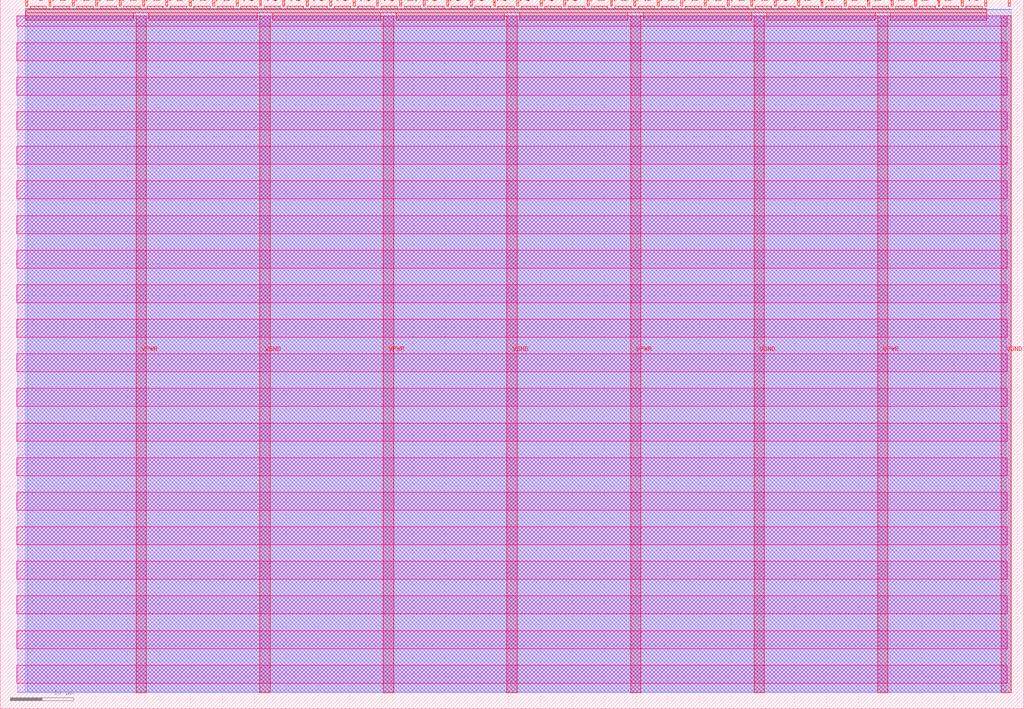
<source format=lef>
VERSION 5.7 ;
  NOWIREEXTENSIONATPIN ON ;
  DIVIDERCHAR "/" ;
  BUSBITCHARS "[]" ;
MACRO tt_um_wokwi_399488550855755777
  CLASS BLOCK ;
  FOREIGN tt_um_wokwi_399488550855755777 ;
  ORIGIN 0.000 0.000 ;
  SIZE 161.000 BY 111.520 ;
  PIN VGND
    DIRECTION INOUT ;
    USE GROUND ;
    PORT
      LAYER met4 ;
        RECT 40.830 2.480 42.430 109.040 ;
    END
    PORT
      LAYER met4 ;
        RECT 79.700 2.480 81.300 109.040 ;
    END
    PORT
      LAYER met4 ;
        RECT 118.570 2.480 120.170 109.040 ;
    END
    PORT
      LAYER met4 ;
        RECT 157.440 2.480 159.040 109.040 ;
    END
  END VGND
  PIN VPWR
    DIRECTION INOUT ;
    USE POWER ;
    PORT
      LAYER met4 ;
        RECT 21.395 2.480 22.995 109.040 ;
    END
    PORT
      LAYER met4 ;
        RECT 60.265 2.480 61.865 109.040 ;
    END
    PORT
      LAYER met4 ;
        RECT 99.135 2.480 100.735 109.040 ;
    END
    PORT
      LAYER met4 ;
        RECT 138.005 2.480 139.605 109.040 ;
    END
  END VPWR
  PIN clk
    DIRECTION INPUT ;
    USE SIGNAL ;
    ANTENNAGATEAREA 0.159000 ;
    PORT
      LAYER met4 ;
        RECT 154.870 110.520 155.170 111.520 ;
    END
  END clk
  PIN ena
    DIRECTION INPUT ;
    USE SIGNAL ;
    PORT
      LAYER met4 ;
        RECT 158.550 110.520 158.850 111.520 ;
    END
  END ena
  PIN rst_n
    DIRECTION INPUT ;
    USE SIGNAL ;
    PORT
      LAYER met4 ;
        RECT 151.190 110.520 151.490 111.520 ;
    END
  END rst_n
  PIN ui_in[0]
    DIRECTION INPUT ;
    USE SIGNAL ;
    PORT
      LAYER met4 ;
        RECT 147.510 110.520 147.810 111.520 ;
    END
  END ui_in[0]
  PIN ui_in[1]
    DIRECTION INPUT ;
    USE SIGNAL ;
    PORT
      LAYER met4 ;
        RECT 143.830 110.520 144.130 111.520 ;
    END
  END ui_in[1]
  PIN ui_in[2]
    DIRECTION INPUT ;
    USE SIGNAL ;
    PORT
      LAYER met4 ;
        RECT 140.150 110.520 140.450 111.520 ;
    END
  END ui_in[2]
  PIN ui_in[3]
    DIRECTION INPUT ;
    USE SIGNAL ;
    PORT
      LAYER met4 ;
        RECT 136.470 110.520 136.770 111.520 ;
    END
  END ui_in[3]
  PIN ui_in[4]
    DIRECTION INPUT ;
    USE SIGNAL ;
    PORT
      LAYER met4 ;
        RECT 132.790 110.520 133.090 111.520 ;
    END
  END ui_in[4]
  PIN ui_in[5]
    DIRECTION INPUT ;
    USE SIGNAL ;
    PORT
      LAYER met4 ;
        RECT 129.110 110.520 129.410 111.520 ;
    END
  END ui_in[5]
  PIN ui_in[6]
    DIRECTION INPUT ;
    USE SIGNAL ;
    PORT
      LAYER met4 ;
        RECT 125.430 110.520 125.730 111.520 ;
    END
  END ui_in[6]
  PIN ui_in[7]
    DIRECTION INPUT ;
    USE SIGNAL ;
    PORT
      LAYER met4 ;
        RECT 121.750 110.520 122.050 111.520 ;
    END
  END ui_in[7]
  PIN uio_in[0]
    DIRECTION INPUT ;
    USE SIGNAL ;
    PORT
      LAYER met4 ;
        RECT 118.070 110.520 118.370 111.520 ;
    END
  END uio_in[0]
  PIN uio_in[1]
    DIRECTION INPUT ;
    USE SIGNAL ;
    PORT
      LAYER met4 ;
        RECT 114.390 110.520 114.690 111.520 ;
    END
  END uio_in[1]
  PIN uio_in[2]
    DIRECTION INPUT ;
    USE SIGNAL ;
    PORT
      LAYER met4 ;
        RECT 110.710 110.520 111.010 111.520 ;
    END
  END uio_in[2]
  PIN uio_in[3]
    DIRECTION INPUT ;
    USE SIGNAL ;
    PORT
      LAYER met4 ;
        RECT 107.030 110.520 107.330 111.520 ;
    END
  END uio_in[3]
  PIN uio_in[4]
    DIRECTION INPUT ;
    USE SIGNAL ;
    PORT
      LAYER met4 ;
        RECT 103.350 110.520 103.650 111.520 ;
    END
  END uio_in[4]
  PIN uio_in[5]
    DIRECTION INPUT ;
    USE SIGNAL ;
    PORT
      LAYER met4 ;
        RECT 99.670 110.520 99.970 111.520 ;
    END
  END uio_in[5]
  PIN uio_in[6]
    DIRECTION INPUT ;
    USE SIGNAL ;
    PORT
      LAYER met4 ;
        RECT 95.990 110.520 96.290 111.520 ;
    END
  END uio_in[6]
  PIN uio_in[7]
    DIRECTION INPUT ;
    USE SIGNAL ;
    PORT
      LAYER met4 ;
        RECT 92.310 110.520 92.610 111.520 ;
    END
  END uio_in[7]
  PIN uio_oe[0]
    DIRECTION OUTPUT TRISTATE ;
    USE SIGNAL ;
    PORT
      LAYER met4 ;
        RECT 29.750 110.520 30.050 111.520 ;
    END
  END uio_oe[0]
  PIN uio_oe[1]
    DIRECTION OUTPUT TRISTATE ;
    USE SIGNAL ;
    PORT
      LAYER met4 ;
        RECT 26.070 110.520 26.370 111.520 ;
    END
  END uio_oe[1]
  PIN uio_oe[2]
    DIRECTION OUTPUT TRISTATE ;
    USE SIGNAL ;
    PORT
      LAYER met4 ;
        RECT 22.390 110.520 22.690 111.520 ;
    END
  END uio_oe[2]
  PIN uio_oe[3]
    DIRECTION OUTPUT TRISTATE ;
    USE SIGNAL ;
    PORT
      LAYER met4 ;
        RECT 18.710 110.520 19.010 111.520 ;
    END
  END uio_oe[3]
  PIN uio_oe[4]
    DIRECTION OUTPUT TRISTATE ;
    USE SIGNAL ;
    PORT
      LAYER met4 ;
        RECT 15.030 110.520 15.330 111.520 ;
    END
  END uio_oe[4]
  PIN uio_oe[5]
    DIRECTION OUTPUT TRISTATE ;
    USE SIGNAL ;
    PORT
      LAYER met4 ;
        RECT 11.350 110.520 11.650 111.520 ;
    END
  END uio_oe[5]
  PIN uio_oe[6]
    DIRECTION OUTPUT TRISTATE ;
    USE SIGNAL ;
    PORT
      LAYER met4 ;
        RECT 7.670 110.520 7.970 111.520 ;
    END
  END uio_oe[6]
  PIN uio_oe[7]
    DIRECTION OUTPUT TRISTATE ;
    USE SIGNAL ;
    PORT
      LAYER met4 ;
        RECT 3.990 110.520 4.290 111.520 ;
    END
  END uio_oe[7]
  PIN uio_out[0]
    DIRECTION OUTPUT TRISTATE ;
    USE SIGNAL ;
    PORT
      LAYER met4 ;
        RECT 59.190 110.520 59.490 111.520 ;
    END
  END uio_out[0]
  PIN uio_out[1]
    DIRECTION OUTPUT TRISTATE ;
    USE SIGNAL ;
    PORT
      LAYER met4 ;
        RECT 55.510 110.520 55.810 111.520 ;
    END
  END uio_out[1]
  PIN uio_out[2]
    DIRECTION OUTPUT TRISTATE ;
    USE SIGNAL ;
    PORT
      LAYER met4 ;
        RECT 51.830 110.520 52.130 111.520 ;
    END
  END uio_out[2]
  PIN uio_out[3]
    DIRECTION OUTPUT TRISTATE ;
    USE SIGNAL ;
    PORT
      LAYER met4 ;
        RECT 48.150 110.520 48.450 111.520 ;
    END
  END uio_out[3]
  PIN uio_out[4]
    DIRECTION OUTPUT TRISTATE ;
    USE SIGNAL ;
    PORT
      LAYER met4 ;
        RECT 44.470 110.520 44.770 111.520 ;
    END
  END uio_out[4]
  PIN uio_out[5]
    DIRECTION OUTPUT TRISTATE ;
    USE SIGNAL ;
    PORT
      LAYER met4 ;
        RECT 40.790 110.520 41.090 111.520 ;
    END
  END uio_out[5]
  PIN uio_out[6]
    DIRECTION OUTPUT TRISTATE ;
    USE SIGNAL ;
    PORT
      LAYER met4 ;
        RECT 37.110 110.520 37.410 111.520 ;
    END
  END uio_out[6]
  PIN uio_out[7]
    DIRECTION OUTPUT TRISTATE ;
    USE SIGNAL ;
    PORT
      LAYER met4 ;
        RECT 33.430 110.520 33.730 111.520 ;
    END
  END uio_out[7]
  PIN uo_out[0]
    DIRECTION OUTPUT TRISTATE ;
    USE SIGNAL ;
    ANTENNADIFFAREA 0.445500 ;
    PORT
      LAYER met4 ;
        RECT 88.630 110.520 88.930 111.520 ;
    END
  END uo_out[0]
  PIN uo_out[1]
    DIRECTION OUTPUT TRISTATE ;
    USE SIGNAL ;
    ANTENNADIFFAREA 0.445500 ;
    PORT
      LAYER met4 ;
        RECT 84.950 110.520 85.250 111.520 ;
    END
  END uo_out[1]
  PIN uo_out[2]
    DIRECTION OUTPUT TRISTATE ;
    USE SIGNAL ;
    ANTENNADIFFAREA 0.445500 ;
    PORT
      LAYER met4 ;
        RECT 81.270 110.520 81.570 111.520 ;
    END
  END uo_out[2]
  PIN uo_out[3]
    DIRECTION OUTPUT TRISTATE ;
    USE SIGNAL ;
    ANTENNADIFFAREA 0.445500 ;
    PORT
      LAYER met4 ;
        RECT 77.590 110.520 77.890 111.520 ;
    END
  END uo_out[3]
  PIN uo_out[4]
    DIRECTION OUTPUT TRISTATE ;
    USE SIGNAL ;
    ANTENNADIFFAREA 0.445500 ;
    PORT
      LAYER met4 ;
        RECT 73.910 110.520 74.210 111.520 ;
    END
  END uo_out[4]
  PIN uo_out[5]
    DIRECTION OUTPUT TRISTATE ;
    USE SIGNAL ;
    ANTENNADIFFAREA 0.445500 ;
    PORT
      LAYER met4 ;
        RECT 70.230 110.520 70.530 111.520 ;
    END
  END uo_out[5]
  PIN uo_out[6]
    DIRECTION OUTPUT TRISTATE ;
    USE SIGNAL ;
    ANTENNADIFFAREA 0.445500 ;
    PORT
      LAYER met4 ;
        RECT 66.550 110.520 66.850 111.520 ;
    END
  END uo_out[6]
  PIN uo_out[7]
    DIRECTION OUTPUT TRISTATE ;
    USE SIGNAL ;
    ANTENNADIFFAREA 0.445500 ;
    PORT
      LAYER met4 ;
        RECT 62.870 110.520 63.170 111.520 ;
    END
  END uo_out[7]
  OBS
      LAYER nwell ;
        RECT 2.570 107.385 158.430 108.990 ;
        RECT 2.570 101.945 158.430 104.775 ;
        RECT 2.570 96.505 158.430 99.335 ;
        RECT 2.570 91.065 158.430 93.895 ;
        RECT 2.570 85.625 158.430 88.455 ;
        RECT 2.570 80.185 158.430 83.015 ;
        RECT 2.570 74.745 158.430 77.575 ;
        RECT 2.570 69.305 158.430 72.135 ;
        RECT 2.570 63.865 158.430 66.695 ;
        RECT 2.570 58.425 158.430 61.255 ;
        RECT 2.570 52.985 158.430 55.815 ;
        RECT 2.570 47.545 158.430 50.375 ;
        RECT 2.570 42.105 158.430 44.935 ;
        RECT 2.570 36.665 158.430 39.495 ;
        RECT 2.570 31.225 158.430 34.055 ;
        RECT 2.570 25.785 158.430 28.615 ;
        RECT 2.570 20.345 158.430 23.175 ;
        RECT 2.570 14.905 158.430 17.735 ;
        RECT 2.570 9.465 158.430 12.295 ;
        RECT 2.570 4.025 158.430 6.855 ;
      LAYER li1 ;
        RECT 2.760 2.635 158.240 108.885 ;
      LAYER met1 ;
        RECT 2.760 2.480 159.040 109.040 ;
      LAYER met2 ;
        RECT 4.230 2.535 159.010 110.005 ;
      LAYER met3 ;
        RECT 3.950 2.555 159.030 109.985 ;
      LAYER met4 ;
        RECT 4.690 110.120 7.270 110.520 ;
        RECT 8.370 110.120 10.950 110.520 ;
        RECT 12.050 110.120 14.630 110.520 ;
        RECT 15.730 110.120 18.310 110.520 ;
        RECT 19.410 110.120 21.990 110.520 ;
        RECT 23.090 110.120 25.670 110.520 ;
        RECT 26.770 110.120 29.350 110.520 ;
        RECT 30.450 110.120 33.030 110.520 ;
        RECT 34.130 110.120 36.710 110.520 ;
        RECT 37.810 110.120 40.390 110.520 ;
        RECT 41.490 110.120 44.070 110.520 ;
        RECT 45.170 110.120 47.750 110.520 ;
        RECT 48.850 110.120 51.430 110.520 ;
        RECT 52.530 110.120 55.110 110.520 ;
        RECT 56.210 110.120 58.790 110.520 ;
        RECT 59.890 110.120 62.470 110.520 ;
        RECT 63.570 110.120 66.150 110.520 ;
        RECT 67.250 110.120 69.830 110.520 ;
        RECT 70.930 110.120 73.510 110.520 ;
        RECT 74.610 110.120 77.190 110.520 ;
        RECT 78.290 110.120 80.870 110.520 ;
        RECT 81.970 110.120 84.550 110.520 ;
        RECT 85.650 110.120 88.230 110.520 ;
        RECT 89.330 110.120 91.910 110.520 ;
        RECT 93.010 110.120 95.590 110.520 ;
        RECT 96.690 110.120 99.270 110.520 ;
        RECT 100.370 110.120 102.950 110.520 ;
        RECT 104.050 110.120 106.630 110.520 ;
        RECT 107.730 110.120 110.310 110.520 ;
        RECT 111.410 110.120 113.990 110.520 ;
        RECT 115.090 110.120 117.670 110.520 ;
        RECT 118.770 110.120 121.350 110.520 ;
        RECT 122.450 110.120 125.030 110.520 ;
        RECT 126.130 110.120 128.710 110.520 ;
        RECT 129.810 110.120 132.390 110.520 ;
        RECT 133.490 110.120 136.070 110.520 ;
        RECT 137.170 110.120 139.750 110.520 ;
        RECT 140.850 110.120 143.430 110.520 ;
        RECT 144.530 110.120 147.110 110.520 ;
        RECT 148.210 110.120 150.790 110.520 ;
        RECT 151.890 110.120 154.470 110.520 ;
        RECT 3.975 109.440 155.185 110.120 ;
        RECT 3.975 108.295 20.995 109.440 ;
        RECT 23.395 108.295 40.430 109.440 ;
        RECT 42.830 108.295 59.865 109.440 ;
        RECT 62.265 108.295 79.300 109.440 ;
        RECT 81.700 108.295 98.735 109.440 ;
        RECT 101.135 108.295 118.170 109.440 ;
        RECT 120.570 108.295 137.605 109.440 ;
        RECT 140.005 108.295 155.185 109.440 ;
  END
END tt_um_wokwi_399488550855755777
END LIBRARY


</source>
